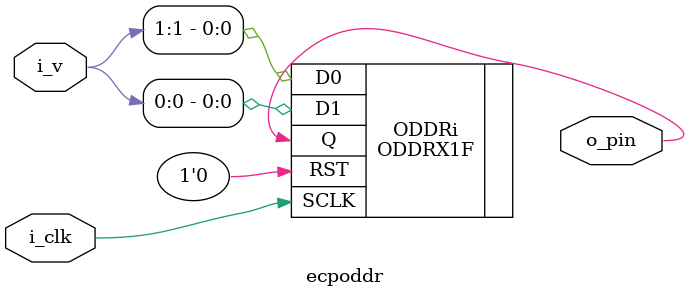
<source format=v>
`default_nettype	none
module	ecpoddr(i_clk, i_v, o_pin);
	input	wire		i_clk;
	input	wire	[1:0]	i_v;
	output	wire		o_pin;

	wire	w_internal;

	ODDRX1F
	ODDRi(
		.SCLK(i_clk),
		.RST(1'b0),
		.D0(i_v[1]),	// D0 is sent first
		.D1(i_v[0]),	// then D1
		.Q(o_pin));

endmodule

</source>
